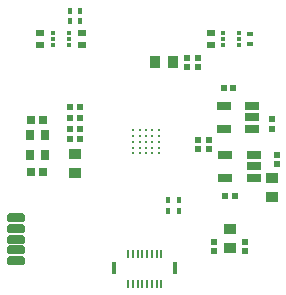
<source format=gtp>
%FSTAX25Y25*%
%MOIN*%
%SFA1B1*%

%IPPOS*%
%AMD16*
4,1,8,-0.030000,0.007500,-0.030000,-0.007500,-0.022500,-0.015000,0.022500,-0.015000,0.030000,-0.007500,0.030000,0.007500,0.022500,0.015000,-0.022500,0.015000,-0.030000,0.007500,0.0*
1,1,0.015000,-0.022500,0.007500*
1,1,0.015000,-0.022500,-0.007500*
1,1,0.015000,0.022500,-0.007500*
1,1,0.015000,0.022500,0.007500*
%
G04~CAMADD=16~8~0.0~0.0~300.0~600.0~75.0~0.0~15~0.0~0.0~0.0~0.0~0~0.0~0.0~0.0~0.0~0~0.0~0.0~0.0~90.0~600.0~300.0*
%ADD16D16*%
%ADD17R,0.020470X0.020470*%
%ADD18R,0.039370X0.035430*%
%ADD19R,0.035430X0.039370*%
%ADD20R,0.031500X0.035430*%
%ADD21R,0.051180X0.027560*%
%ADD22C,0.009000*%
%ADD23R,0.017720X0.021650*%
%ADD24R,0.025590X0.021650*%
%ADD25R,0.021650X0.017720*%
%ADD26R,0.017720X0.011810*%
%ADD27R,0.014960X0.043310*%
%ADD28R,0.009060X0.028740*%
%ADD29R,0.020470X0.020470*%
%ADD30R,0.028350X0.028350*%
%LNdigit-1*%
%LPD*%
G54D16*
X0006205Y0033169D03*
X0006299Y0029528D03*
Y0026D03*
Y0022441D03*
Y0018898D03*
G54D17*
X0082451Y0025295D03*
Y0022146D03*
X0072342D03*
Y0025295D03*
X0091732Y0066142D03*
Y0062992D03*
X00931Y0051125D03*
Y0054275D03*
X0066899Y0056115D03*
Y0059265D03*
X0070442Y0056115D03*
Y0059265D03*
X0066929Y0086614D03*
Y0083465D03*
X0063386Y0086614D03*
Y0083465D03*
G54D18*
X0077559Y0029626D03*
Y0023327D03*
X0026083Y0048228D03*
Y0054527D03*
X0091732Y0046457D03*
Y0040157D03*
G54D19*
X0052461Y0085138D03*
X005876D03*
G54D20*
X0010925Y0060728D03*
Y0054232D03*
X0015846Y0060728D03*
Y0054232D03*
G54D21*
X0085039Y0062992D03*
Y0066732D03*
Y0070472D03*
X007559D03*
Y0062992D03*
X0085433Y0046654D03*
Y0050394D03*
Y0054134D03*
X0075984D03*
Y0046654D03*
G54D22*
X0053858Y0062598D03*
Y006063D03*
Y0058661D03*
Y0056693D03*
Y0054724D03*
X0051732Y0062598D03*
Y006063D03*
Y0058661D03*
Y0056693D03*
Y0054724D03*
X0049606Y0062598D03*
Y006063D03*
Y0058661D03*
Y0056693D03*
Y0054724D03*
X004748Y0062598D03*
Y006063D03*
Y0058661D03*
Y0056693D03*
Y0054724D03*
X0045354Y0062598D03*
Y006063D03*
Y0058661D03*
Y0056693D03*
Y0054724D03*
G54D23*
X0060433Y003937D03*
X005689D03*
X0060433Y00357D03*
X005689D03*
X0024213Y0102362D03*
X0027756D03*
X0024213Y0098819D03*
X0027756D03*
G54D24*
X007126Y0094882D03*
Y0090945D03*
X0028346D03*
Y0094882D03*
X0014173Y0090945D03*
Y0094882D03*
G54D25*
X0084252Y0094685D03*
Y0091142D03*
G54D26*
X0075295Y0094882D03*
Y0092913D03*
Y0090945D03*
X008061D03*
Y0092913D03*
Y0094882D03*
X0018602D03*
Y0092913D03*
Y0090945D03*
X0023917D03*
Y0092913D03*
Y0094882D03*
G54D27*
X0039075Y0016437D03*
X0059252D03*
G54D28*
X0054675Y0021358D03*
X00531D03*
X0051526D03*
X0049951D03*
X0043652D03*
X0045226D03*
X0046801D03*
X0048376D03*
Y0011319D03*
X0046801D03*
X0045226D03*
X0043652D03*
X0049951D03*
X0051526D03*
X00531D03*
X0054675D03*
G54D29*
X007874Y0076378D03*
X007559D03*
X0079134Y0040551D03*
X0075984D03*
X0024409Y0066535D03*
X0027559D03*
X0024409Y0070079D03*
X0027559D03*
X0024409Y0062992D03*
X0027559D03*
X0024409Y0059449D03*
X0027559D03*
G54D30*
X0011417Y0065748D03*
X0015354D03*
X0011417Y0048425D03*
X0015354D03*
M02*
</source>
